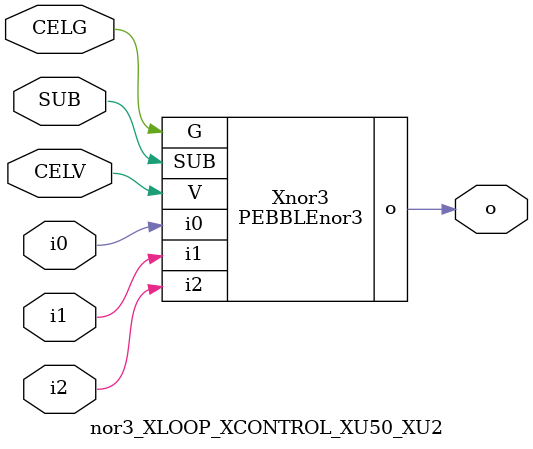
<source format=v>



module PEBBLEnor3 ( o, G, SUB, V, i0, i1, i2 );

  input i0;
  input V;
  input i2;
  input i1;
  input G;
  output o;
  input SUB;
endmodule

//Celera Confidential Do Not Copy nor3_XLOOP_XCONTROL_XU50_XU2
//Celera Confidential Symbol Generator
//NOR3
module nor3_XLOOP_XCONTROL_XU50_XU2 (CELV,CELG,i0,i1,i2,o,SUB);
input CELV;
input CELG;
input i0;
input i1;
input i2;
input SUB;
output o;

//Celera Confidential Do Not Copy nor3
PEBBLEnor3 Xnor3(
.V (CELV),
.i0 (i0),
.i1 (i1),
.i2 (i2),
.o (o),
.SUB (SUB),
.G (CELG)
);
//,diesize,PEBBLEnor3

//Celera Confidential Do Not Copy Module End
//Celera Schematic Generator
endmodule

</source>
